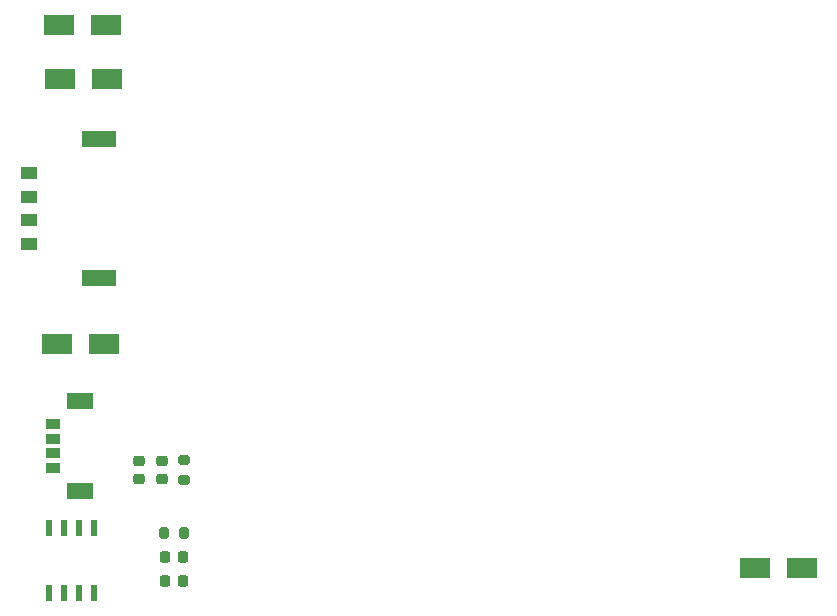
<source format=gbp>
%TF.GenerationSoftware,KiCad,Pcbnew,8.0.8*%
%TF.CreationDate,2025-03-18T15:11:00-07:00*%
%TF.ProjectId,ZPlus_Panel,5a506c75-735f-4506-916e-656c2e6b6963,v1b*%
%TF.SameCoordinates,Original*%
%TF.FileFunction,Paste,Bot*%
%TF.FilePolarity,Positive*%
%FSLAX46Y46*%
G04 Gerber Fmt 4.6, Leading zero omitted, Abs format (unit mm)*
G04 Created by KiCad (PCBNEW 8.0.8) date 2025-03-18 15:11:00*
%MOMM*%
%LPD*%
G01*
G04 APERTURE LIST*
G04 Aperture macros list*
%AMRoundRect*
0 Rectangle with rounded corners*
0 $1 Rounding radius*
0 $2 $3 $4 $5 $6 $7 $8 $9 X,Y pos of 4 corners*
0 Add a 4 corners polygon primitive as box body*
4,1,4,$2,$3,$4,$5,$6,$7,$8,$9,$2,$3,0*
0 Add four circle primitives for the rounded corners*
1,1,$1+$1,$2,$3*
1,1,$1+$1,$4,$5*
1,1,$1+$1,$6,$7*
1,1,$1+$1,$8,$9*
0 Add four rect primitives between the rounded corners*
20,1,$1+$1,$2,$3,$4,$5,0*
20,1,$1+$1,$4,$5,$6,$7,0*
20,1,$1+$1,$6,$7,$8,$9,0*
20,1,$1+$1,$8,$9,$2,$3,0*%
G04 Aperture macros list end*
%ADD10R,2.500000X1.700000*%
%ADD11RoundRect,0.225000X-0.250000X0.225000X-0.250000X-0.225000X0.250000X-0.225000X0.250000X0.225000X0*%
%ADD12R,0.533400X1.460500*%
%ADD13RoundRect,0.225000X0.225000X0.250000X-0.225000X0.250000X-0.225000X-0.250000X0.225000X-0.250000X0*%
%ADD14RoundRect,0.200000X0.200000X0.275000X-0.200000X0.275000X-0.200000X-0.275000X0.200000X-0.275000X0*%
%ADD15R,1.295400X0.838200*%
%ADD16R,2.260600X1.397000*%
%ADD17R,1.450000X1.100000*%
%ADD18R,2.899999X1.350000*%
%ADD19RoundRect,0.200000X-0.275000X0.200000X-0.275000X-0.200000X0.275000X-0.200000X0.275000X0.200000X0*%
G04 APERTURE END LIST*
D10*
X156175000Y-65275000D03*
X152175000Y-65275000D03*
D11*
X158950000Y-102225000D03*
X158950000Y-103775000D03*
D12*
X151295000Y-107925850D03*
X152565000Y-107925850D03*
X153835000Y-107925850D03*
X155105000Y-107925850D03*
X155105000Y-113374150D03*
X153835000Y-113374150D03*
X152565000Y-113374150D03*
X151295000Y-113374150D03*
D10*
X156000000Y-92325000D03*
X152000000Y-92325000D03*
D13*
X162675000Y-112350000D03*
X161125000Y-112350000D03*
D14*
X162725000Y-108300000D03*
X161075000Y-108300000D03*
D15*
X151650000Y-99075000D03*
X151650000Y-100325000D03*
X151650000Y-101575000D03*
X151650000Y-102825000D03*
D16*
X153944890Y-104725001D03*
X153944890Y-97174999D03*
D10*
X156275000Y-69875000D03*
X152275000Y-69875000D03*
D13*
X162675000Y-110325000D03*
X161125000Y-110325000D03*
D11*
X160875000Y-102225000D03*
X160875000Y-103775000D03*
D10*
X215125000Y-111300000D03*
X211125000Y-111300000D03*
D17*
X149600001Y-77835350D03*
X149600001Y-79835351D03*
X149600001Y-81835350D03*
X149600001Y-83835351D03*
D18*
X155575000Y-86730349D03*
X155575000Y-74940352D03*
D19*
X162775000Y-102175000D03*
X162775000Y-103825000D03*
M02*

</source>
